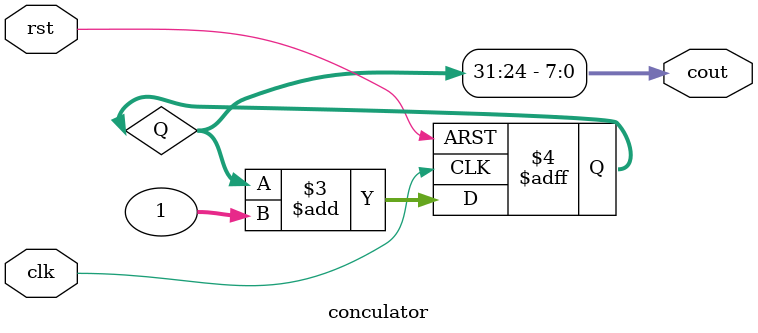
<source format=v>
`timescale 1ns / 1ps

module conculator (
    input clk,rst,
    output [7:0] cout
);
    reg [31:0] Q;
    always @(posedge clk or posedge rst)
    begin
        if(rst==1)Q<=32'b0;
        else Q<=Q+32'b1;
    end
    assign cout=Q[31:24];
endmodule
</source>
